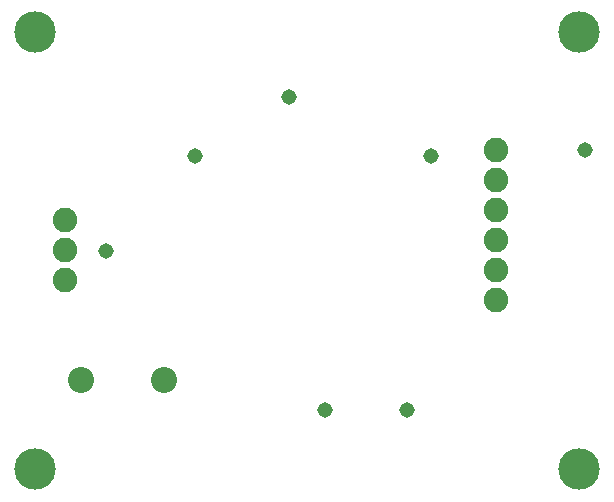
<source format=gbs>
G75*
%MOIN*%
%OFA0B0*%
%FSLAX25Y25*%
%IPPOS*%
%LPD*%
%AMOC8*
5,1,8,0,0,1.08239X$1,22.5*
%
%ADD10C,0.08200*%
%ADD11C,0.08674*%
%ADD12C,0.13800*%
%ADD13C,0.05156*%
D10*
X0023454Y0076603D03*
X0023454Y0086603D03*
X0023454Y0096603D03*
X0167107Y0099930D03*
X0167107Y0089930D03*
X0167107Y0079930D03*
X0167107Y0069930D03*
X0167107Y0109930D03*
X0167107Y0119930D03*
D11*
X0056479Y0043324D03*
X0028920Y0043324D03*
D12*
X0013611Y0013611D03*
X0013611Y0159280D03*
X0194713Y0159280D03*
X0194713Y0013611D03*
D13*
X0137627Y0033296D03*
X0110068Y0033296D03*
X0037233Y0086446D03*
X0066761Y0117942D03*
X0098257Y0137627D03*
X0145501Y0117942D03*
X0196682Y0119910D03*
M02*

</source>
